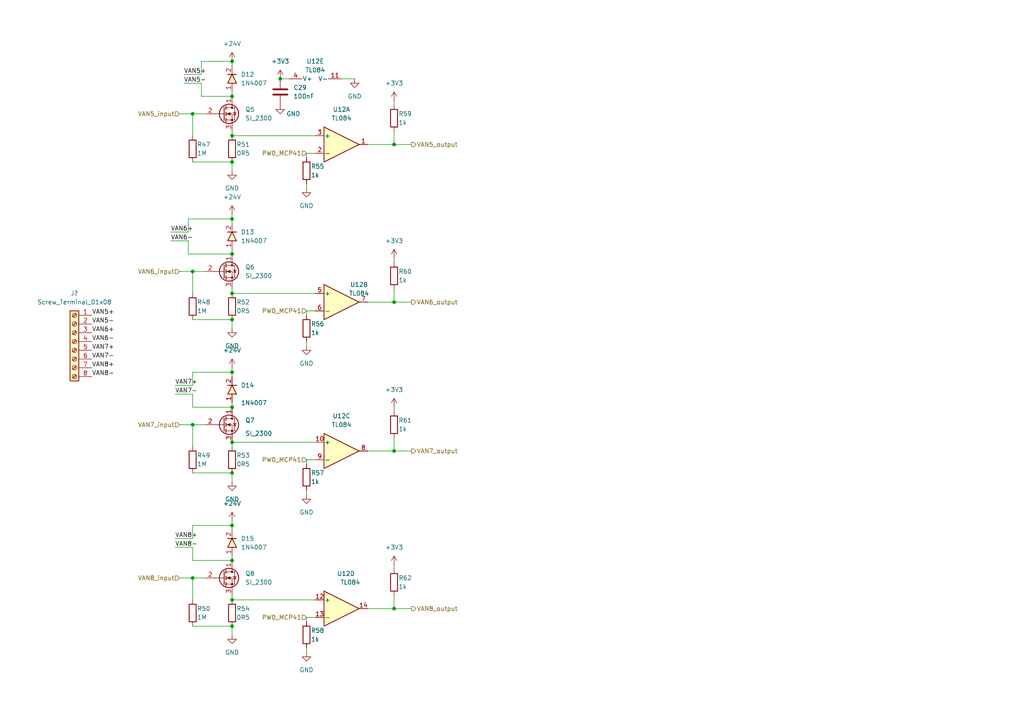
<source format=kicad_sch>
(kicad_sch (version 20211123) (generator eeschema)
  (paper "A4")
  (lib_symbols
    (symbol "Amplifier_Operational:TL084" (pin_names (offset 0.127))
      (property "Reference" "U" (at 0 5.08 0))
      (property "Value" "TL084" (at 0 -5.08 0))
      (symbol "TL084_1_1"
        (polyline (pts (xy -5.08 5.08) (xy 5.08 0) (xy -5.08 -5.08) (xy -5.08 5.08)) (stroke (width 0.254)) (fill (type background)))
        (pin output line (at 7.62 0 180) (length 2.54) (name "~") (number "1"))
        (pin input line (at -7.62 -2.54 0) (length 2.54) (name "-") (number "2"))
        (pin input line (at -7.62 2.54 0) (length 2.54) (name "+") (number "3"))
      )
      (symbol "TL084_2_1"
        (polyline (pts (xy -5.08 5.08) (xy 5.08 0) (xy -5.08 -5.08) (xy -5.08 5.08)) (stroke (width 0.254)) (fill (type background)))
        (pin input line (at -7.62 2.54 0) (length 2.54) (name "+") (number "5"))
        (pin input line (at -7.62 -2.54 0) (length 2.54) (name "-") (number "6"))
        (pin output line (at 7.62 0 180) (length 2.54) (name "~") (number "7"))
      )
      (symbol "TL084_3_1"
        (polyline (pts (xy -5.08 5.08) (xy 5.08 0) (xy -5.08 -5.08) (xy -5.08 5.08)) (stroke (width 0.254)) (fill (type background)))
        (pin input line (at -7.62 2.54 0) (length 2.54) (name "+") (number "10"))
        (pin output line (at 7.62 0 180) (length 2.54) (name "~") (number "8"))
        (pin input line (at -7.62 -2.54 0) (length 2.54) (name "-") (number "9"))
      )
      (symbol "TL084_4_1"
        (polyline (pts (xy -5.08 5.08) (xy 5.08 0) (xy -5.08 -5.08) (xy -5.08 5.08)) (stroke (width 0.254)) (fill (type background)))
        (pin input line (at -7.62 2.54 0) (length 2.54) (name "+") (number "12"))
        (pin input line (at -7.62 -2.54 0) (length 2.54) (name "-") (number "13"))
        (pin output line (at 7.62 0 180) (length 2.54) (name "~") (number "14"))
      )
      (symbol "TL084_5_1"
        (pin power_in line (at -2.54 -7.62 90) (length 3.81) (name "V-") (number "11"))
        (pin power_in line (at -2.54 7.62 270) (length 3.81) (name "V+") (number "4"))
      )
    )
    (symbol "Connector:Screw_Terminal_01x08" (pin_names (offset 1.016) hide)
      (property "Reference" "J" (at 0 10.16 0))
      (property "Value" "Screw_Terminal_01x08" (at 0 -12.7 0))
      (symbol "Screw_Terminal_01x08_1_1"
        (rectangle (start -1.27 8.89) (end 1.27 -11.43) (stroke (width 0.254)) (fill (type background)))
        (circle (center 0 -10.16) (radius 0.635) (stroke (width 0.1524)))
        (circle (center 0 -7.62) (radius 0.635) (stroke (width 0.1524)))
        (circle (center 0 -5.08) (radius 0.635) (stroke (width 0.1524)))
        (circle (center 0 -2.54) (radius 0.635) (stroke (width 0.1524)))
        (polyline (pts (xy -0.5334 -9.8298) (xy 0.3302 -10.668)) (stroke (width 0.1524)))
        (polyline (pts (xy -0.5334 -7.2898) (xy 0.3302 -8.128)) (stroke (width 0.1524)))
        (polyline (pts (xy -0.5334 -4.7498) (xy 0.3302 -5.588)) (stroke (width 0.1524)))
        (polyline (pts (xy -0.5334 -2.2098) (xy 0.3302 -3.048)) (stroke (width 0.1524)))
        (polyline (pts (xy -0.5334 0.3302) (xy 0.3302 -0.508)) (stroke (width 0.1524)))
        (polyline (pts (xy -0.5334 2.8702) (xy 0.3302 2.032)) (stroke (width 0.1524)))
        (polyline (pts (xy -0.5334 5.4102) (xy 0.3302 4.572)) (stroke (width 0.1524)))
        (polyline (pts (xy -0.5334 7.9502) (xy 0.3302 7.112)) (stroke (width 0.1524)))
        (polyline (pts (xy -0.3556 -9.652) (xy 0.508 -10.4902)) (stroke (width 0.1524)))
        (polyline (pts (xy -0.3556 -7.112) (xy 0.508 -7.9502)) (stroke (width 0.1524)))
        (polyline (pts (xy -0.3556 -4.572) (xy 0.508 -5.4102)) (stroke (width 0.1524)))
        (polyline (pts (xy -0.3556 -2.032) (xy 0.508 -2.8702)) (stroke (width 0.1524)))
        (polyline (pts (xy -0.3556 0.508) (xy 0.508 -0.3302)) (stroke (width 0.1524)))
        (polyline (pts (xy -0.3556 3.048) (xy 0.508 2.2098)) (stroke (width 0.1524)))
        (polyline (pts (xy -0.3556 5.588) (xy 0.508 4.7498)) (stroke (width 0.1524)))
        (polyline (pts (xy -0.3556 8.128) (xy 0.508 7.2898)) (stroke (width 0.1524)))
        (circle (center 0 0) (radius 0.635) (stroke (width 0.1524)))
        (circle (center 0 2.54) (radius 0.635) (stroke (width 0.1524)))
        (circle (center 0 5.08) (radius 0.635) (stroke (width 0.1524)))
        (circle (center 0 7.62) (radius 0.635) (stroke (width 0.1524)))
        (pin passive line (at -5.08 7.62 0) (length 3.81) (name "Pin_1") (number "1"))
        (pin passive line (at -5.08 5.08 0) (length 3.81) (name "Pin_2") (number "2"))
        (pin passive line (at -5.08 2.54 0) (length 3.81) (name "Pin_3") (number "3"))
        (pin passive line (at -5.08 0 0) (length 3.81) (name "Pin_4") (number "4"))
        (pin passive line (at -5.08 -2.54 0) (length 3.81) (name "Pin_5") (number "5"))
        (pin passive line (at -5.08 -5.08 0) (length 3.81) (name "Pin_6") (number "6"))
        (pin passive line (at -5.08 -7.62 0) (length 3.81) (name "Pin_7") (number "7"))
        (pin passive line (at -5.08 -10.16 0) (length 3.81) (name "Pin_8") (number "8"))
      )
    )
    (symbol "Device:C" (pin_numbers hide) (pin_names (offset 0.254))
      (property "Reference" "C" (at 0.635 2.54 0))
      (property "Value" "C" (at 0.635 -2.54 0))
      (symbol "C_0_1"
        (polyline (pts (xy -2.032 -0.762) (xy 2.032 -0.762)) (stroke (width 0.508)))
        (polyline (pts (xy -2.032 0.762) (xy 2.032 0.762)) (stroke (width 0.508)))
      )
      (symbol "C_1_1"
        (pin passive line (at 0 3.81 270) (length 2.794) (name "~") (number "1"))
        (pin passive line (at 0 -3.81 90) (length 2.794) (name "~") (number "2"))
      )
    )
    (symbol "Device:Q_NMOS_DGS" (pin_names (offset 0) hide)
      (property "Reference" "Q" (at 5.08 1.27 0))
      (property "Value" "Q_NMOS_DGS" (at 5.08 -1.27 0))
      (symbol "Q_NMOS_DGS_0_1"
        (polyline (pts (xy 0.254 0) (xy -2.54 0)))
        (polyline (pts (xy 0.254 1.905) (xy 0.254 -1.905)) (stroke (width 0.254)))
        (polyline (pts (xy 0.762 -1.27) (xy 0.762 -2.286)) (stroke (width 0.254)))
        (polyline (pts (xy 0.762 0.508) (xy 0.762 -0.508)) (stroke (width 0.254)))
        (polyline (pts (xy 0.762 2.286) (xy 0.762 1.27)) (stroke (width 0.254)))
        (polyline (pts (xy 2.54 2.54) (xy 2.54 1.778)))
        (polyline (pts (xy 2.54 -2.54) (xy 2.54 0) (xy 0.762 0)))
        (polyline (pts (xy 0.762 -1.778) (xy 3.302 -1.778) (xy 3.302 1.778) (xy 0.762 1.778)))
        (polyline (pts (xy 1.016 0) (xy 2.032 0.381) (xy 2.032 -0.381) (xy 1.016 0)) (fill (type outline)))
        (polyline (pts (xy 2.794 0.508) (xy 2.921 0.381) (xy 3.683 0.381) (xy 3.81 0.254)))
        (polyline (pts (xy 3.302 0.381) (xy 2.921 -0.254) (xy 3.683 -0.254) (xy 3.302 0.381)))
        (circle (center 1.651 0) (radius 2.794) (stroke (width 0.254)))
        (circle (center 2.54 -1.778) (radius 0.254) (fill (type outline)))
        (circle (center 2.54 1.778) (radius 0.254) (fill (type outline)))
      )
      (symbol "Q_NMOS_DGS_1_1"
        (pin passive line (at 2.54 5.08 270) (length 2.54) (name "D") (number "1"))
        (pin input line (at -5.08 0 0) (length 2.54) (name "G") (number "2"))
        (pin passive line (at 2.54 -5.08 90) (length 2.54) (name "S") (number "3"))
      )
    )
    (symbol "Device:R" (pin_numbers hide) (pin_names (offset 0))
      (property "Reference" "R" (at 2.032 0 90))
      (property "Value" "R" (at 0 0 90))
      (symbol "R_0_1"
        (rectangle (start -1.016 -2.54) (end 1.016 2.54) (stroke (width 0.254)))
      )
      (symbol "R_1_1"
        (pin passive line (at 0 3.81 270) (length 1.27) (name "~") (number "1"))
        (pin passive line (at 0 -3.81 90) (length 1.27) (name "~") (number "2"))
      )
    )
    (symbol "IVS_SYMBOL_DIR:D_Diode"
      (property "Reference" "D" (at 0 2.54 0))
      (property "Value" "D_Diode" (at 0 -2.54 0))
      (symbol "D_Diode_0_1"
        (polyline (pts (xy 0 1.27) (xy 0 -1.27)) (stroke (width 0.254)))
        (polyline (pts (xy 2.54 1.27) (xy 2.54 -1.27) (xy 0 0) (xy 2.54 1.27)) (stroke (width 0.254)) (fill (type background)))
      )
      (symbol "D_Diode_1_1"
        (pin passive line (at 5.08 0 180) (length 2.54) (name "") (number "1"))
        (pin passive line (at -2.54 0 0) (length 2.54) (name "") (number "2"))
      )
    )
    (symbol "power:+24V" (power) (pin_names (offset 0))
      (property "Value" "+24V" (at 0 3.556 0))
      (symbol "+24V_0_1"
        (polyline (pts (xy -0.762 1.27) (xy 0 2.54)))
        (polyline (pts (xy 0 0) (xy 0 2.54)))
        (polyline (pts (xy 0 2.54) (xy 0.762 1.27)))
      )
      (symbol "+24V_1_1"
        (pin power_in line (at 0 0 90) (length 0) hide (name "+24V") (number "1"))
      )
    )
    (symbol "power:+3V3" (power) (pin_names (offset 0))
      (property "Value" "+3V3" (at 0 3.556 0))
      (symbol "+3V3_0_1"
        (polyline (pts (xy -0.762 1.27) (xy 0 2.54)))
        (polyline (pts (xy 0 0) (xy 0 2.54)))
        (polyline (pts (xy 0 2.54) (xy 0.762 1.27)))
      )
      (symbol "+3V3_1_1"
        (pin power_in line (at 0 0 90) (length 0) hide (name "+3V3") (number "1"))
      )
    )
    (symbol "power:GND" (power) (pin_names (offset 0))
      (property "Value" "GND" (at 0 -3.81 0))
      (symbol "GND_0_1"
        (polyline (pts (xy 0 0) (xy 0 -1.27) (xy 1.27 -1.27) (xy 0 -2.54) (xy -1.27 -1.27) (xy 0 -1.27)))
      )
      (symbol "GND_1_1"
        (pin power_in line (at 0 0 270) (length 0) hide (name "GND") (number "1"))
      )
    )
  )
  (junction (at 67.31 73.66))
  (junction (at 55.88 33.02))
  (junction (at 67.31 128.27))
  (junction (at 114.3 41.91))
  (junction (at 67.31 27.94))
  (junction (at 67.31 181.61))
  (junction (at 67.31 92.71))
  (junction (at 55.88 167.64))
  (junction (at 67.31 152.4))
  (junction (at 55.88 123.19))
  (junction (at 67.31 137.16))
  (junction (at 114.3 87.63))
  (junction (at 67.31 39.37))
  (junction (at 67.31 63.5))
  (junction (at 67.31 162.56))
  (junction (at 55.88 78.74))
  (junction (at 67.31 85.09))
  (junction (at 81.28 22.86))
  (junction (at 67.31 173.99))
  (junction (at 67.31 46.99))
  (junction (at 114.3 130.81))
  (junction (at 67.31 17.78))
  (junction (at 67.31 107.95))
  (junction (at 67.31 118.11))
  (junction (at 114.3 176.53))
  (wire (pts (xy 67.31 26.67) (xy 67.31 27.94)))
  (wire (pts (xy 50.8 111.76) (xy 55.88 111.76)))
  (wire (pts (xy 55.88 167.64) (xy 59.69 167.64)))
  (wire (pts (xy 52.07 167.64) (xy 55.88 167.64)))
  (wire (pts (xy 102.87 22.86) (xy 99.06 22.86)))
  (wire (pts (xy 67.31 107.95) (xy 67.31 109.22)))
  (wire (pts (xy 67.31 181.61) (xy 67.31 184.15)))
  (wire (pts (xy 55.88 85.09) (xy 55.88 78.74)))
  (wire (pts (xy 52.07 78.74) (xy 55.88 78.74)))
  (wire (pts (xy 52.07 33.02) (xy 55.88 33.02)))
  (wire (pts (xy 88.9 100.33) (xy 88.9 99.06)))
  (wire (pts (xy 88.9 179.07) (xy 91.44 179.07)))
  (wire (pts (xy 106.68 176.53) (xy 114.3 176.53)))
  (wire (pts (xy 54.61 73.66) (xy 67.31 73.66)))
  (wire (pts (xy 55.88 181.61) (xy 67.31 181.61)))
  (wire (pts (xy 58.42 17.78) (xy 67.31 17.78)))
  (wire (pts (xy 88.9 134.62) (xy 88.9 133.35)))
  (wire (pts (xy 55.88 111.76) (xy 55.88 107.95)))
  (wire (pts (xy 55.88 129.54) (xy 55.88 123.19)))
  (wire (pts (xy 67.31 128.27) (xy 91.44 128.27)))
  (wire (pts (xy 67.31 46.99) (xy 67.31 49.53)))
  (wire (pts (xy 88.9 45.72) (xy 88.9 44.45)))
  (wire (pts (xy 67.31 62.23) (xy 67.31 63.5)))
  (wire (pts (xy 53.34 24.13) (xy 58.42 24.13)))
  (wire (pts (xy 55.88 107.95) (xy 67.31 107.95)))
  (wire (pts (xy 114.3 172.72) (xy 114.3 176.53)))
  (wire (pts (xy 55.88 173.99) (xy 55.88 167.64)))
  (wire (pts (xy 106.68 41.91) (xy 114.3 41.91)))
  (wire (pts (xy 55.88 46.99) (xy 67.31 46.99)))
  (wire (pts (xy 88.9 143.51) (xy 88.9 142.24)))
  (wire (pts (xy 67.31 137.16) (xy 67.31 139.7)))
  (wire (pts (xy 67.31 72.39) (xy 67.31 73.66)))
  (wire (pts (xy 54.61 67.31) (xy 54.61 63.5)))
  (wire (pts (xy 67.31 161.29) (xy 67.31 162.56)))
  (wire (pts (xy 81.28 22.86) (xy 83.82 22.86)))
  (wire (pts (xy 52.07 123.19) (xy 55.88 123.19)))
  (wire (pts (xy 88.9 54.61) (xy 88.9 53.34)))
  (wire (pts (xy 67.31 116.84) (xy 67.31 118.11)))
  (wire (pts (xy 55.88 39.37) (xy 55.88 33.02)))
  (wire (pts (xy 114.3 76.2) (xy 114.3 74.93)))
  (wire (pts (xy 67.31 106.68) (xy 67.31 107.95)))
  (wire (pts (xy 67.31 85.09) (xy 91.44 85.09)))
  (wire (pts (xy 114.3 83.82) (xy 114.3 87.63)))
  (wire (pts (xy 114.3 176.53) (xy 119.38 176.53)))
  (wire (pts (xy 58.42 24.13) (xy 58.42 27.94)))
  (wire (pts (xy 67.31 39.37) (xy 91.44 39.37)))
  (wire (pts (xy 88.9 90.17) (xy 91.44 90.17)))
  (wire (pts (xy 55.88 114.3) (xy 55.88 118.11)))
  (wire (pts (xy 106.68 130.81) (xy 114.3 130.81)))
  (wire (pts (xy 53.34 21.59) (xy 58.42 21.59)))
  (wire (pts (xy 114.3 38.1) (xy 114.3 41.91)))
  (wire (pts (xy 106.68 87.63) (xy 114.3 87.63)))
  (wire (pts (xy 114.3 165.1) (xy 114.3 163.83)))
  (wire (pts (xy 114.3 41.91) (xy 119.38 41.91)))
  (wire (pts (xy 114.3 130.81) (xy 119.38 130.81)))
  (wire (pts (xy 55.88 152.4) (xy 67.31 152.4)))
  (wire (pts (xy 49.53 69.85) (xy 54.61 69.85)))
  (wire (pts (xy 58.42 27.94) (xy 67.31 27.94)))
  (wire (pts (xy 88.9 133.35) (xy 91.44 133.35)))
  (wire (pts (xy 114.3 119.38) (xy 114.3 118.11)))
  (wire (pts (xy 55.88 137.16) (xy 67.31 137.16)))
  (wire (pts (xy 88.9 44.45) (xy 91.44 44.45)))
  (wire (pts (xy 55.88 118.11) (xy 67.31 118.11)))
  (wire (pts (xy 54.61 69.85) (xy 54.61 73.66)))
  (wire (pts (xy 114.3 127) (xy 114.3 130.81)))
  (wire (pts (xy 88.9 180.34) (xy 88.9 179.07)))
  (wire (pts (xy 49.53 67.31) (xy 54.61 67.31)))
  (wire (pts (xy 67.31 152.4) (xy 67.31 153.67)))
  (wire (pts (xy 67.31 173.99) (xy 91.44 173.99)))
  (wire (pts (xy 55.88 156.21) (xy 55.88 152.4)))
  (wire (pts (xy 114.3 87.63) (xy 119.38 87.63)))
  (wire (pts (xy 67.31 38.1) (xy 67.31 39.37)))
  (wire (pts (xy 54.61 63.5) (xy 67.31 63.5)))
  (wire (pts (xy 67.31 63.5) (xy 67.31 64.77)))
  (wire (pts (xy 50.8 114.3) (xy 55.88 114.3)))
  (wire (pts (xy 58.42 21.59) (xy 58.42 17.78)))
  (wire (pts (xy 55.88 92.71) (xy 67.31 92.71)))
  (wire (pts (xy 67.31 128.27) (xy 67.31 129.54)))
  (wire (pts (xy 67.31 92.71) (xy 67.31 95.25)))
  (wire (pts (xy 55.88 123.19) (xy 59.69 123.19)))
  (wire (pts (xy 67.31 172.72) (xy 67.31 173.99)))
  (wire (pts (xy 55.88 78.74) (xy 59.69 78.74)))
  (wire (pts (xy 88.9 189.23) (xy 88.9 187.96)))
  (wire (pts (xy 50.8 158.75) (xy 55.88 158.75)))
  (wire (pts (xy 50.8 156.21) (xy 55.88 156.21)))
  (wire (pts (xy 55.88 33.02) (xy 59.69 33.02)))
  (wire (pts (xy 88.9 91.44) (xy 88.9 90.17)))
  (wire (pts (xy 114.3 30.48) (xy 114.3 29.21)))
  (wire (pts (xy 67.31 151.13) (xy 67.31 152.4)))
  (wire (pts (xy 55.88 162.56) (xy 67.31 162.56)))
  (wire (pts (xy 55.88 158.75) (xy 55.88 162.56)))
  (wire (pts (xy 67.31 83.82) (xy 67.31 85.09)))
  (wire (pts (xy 67.31 17.78) (xy 67.31 19.05)))
  (label "VAN7+" (at 50.8 111.76 0))
  (label "VAN5+" (at 26.67 91.44 0))
  (label "VAN8+" (at 26.67 106.68 0))
  (label "VAN6-" (at 26.67 99.06 0))
  (label "VAN5-" (at 53.34 24.13 0))
  (label "VAN8-" (at 50.8 158.75 0))
  (label "VAN6+" (at 26.67 96.52 0))
  (label "VAN6+" (at 49.53 67.31 0))
  (label "VAN5-" (at 26.67 93.98 0))
  (label "VAN7-" (at 50.8 114.3 0))
  (label "VAN8-" (at 26.67 109.22 0))
  (label "VAN7-" (at 26.67 104.14 0))
  (label "VAN8+" (at 50.8 156.21 0))
  (label "VAN5+" (at 53.34 21.59 0))
  (label "VAN6-" (at 49.53 69.85 0))
  (label "VAN7+" (at 26.67 101.6 0))
  (hierarchical_label "VAN8_input" (shape input) (at 52.07 167.64 180))
  (hierarchical_label "VAN5_input" (shape input) (at 52.07 33.02 180))
  (hierarchical_label "PW0_MCP41" (shape input) (at 88.9 179.07 180))
  (hierarchical_label "PW0_MCP41" (shape input) (at 88.9 44.45 180))
  (hierarchical_label "PW0_MCP41" (shape input) (at 88.9 133.35 180))
  (hierarchical_label "PW0_MCP41" (shape input) (at 88.9 90.17 180))
  (hierarchical_label "VAN6_output" (shape output) (at 119.38 87.63 0))
  (hierarchical_label "VAN7_input" (shape input) (at 52.07 123.19 180))
  (hierarchical_label "VAN5_output" (shape output) (at 119.38 41.91 0))
  (hierarchical_label "VAN8_output" (shape output) (at 119.38 176.53 0))
  (hierarchical_label "VAN6_input" (shape input) (at 52.07 78.74 180))
  (hierarchical_label "VAN7_output" (shape output) (at 119.38 130.81 0))
  (symbol (lib_id "Connector:Screw_Terminal_01x08") (at 21.59 99.06 0) (mirror y) (unit 1)
    (property "Reference" "J?" (at 21.59 85.09 0))
    (property "Value" "Screw_Terminal_01x08" (at 21.59 87.63 0))
    (property "Footprint" "IVS_FOOTPRINTS:HT-3.96mm" (effects hide))
  )
  (symbol (lib_id "Amplifier_Operational:TL084") (at 99.06 41.91 0) (unit 1)
    (property "Reference" "U12" (at 99.06 31.75 0))
    (property "Value" "TL084" (at 99.06 34.29 0))
    (property "Footprint" "IVS_FOOTPRINTS:TSSOP14" (effects hide))
    (property "Datasheet" "http://www.ti.com/lit/ds/symlink/tl081.pdf" (effects hide))
  )
  (symbol (lib_id "power:+24V") (at 67.31 106.68 0) (unit 1)
    (property "Reference" "#PWR092" (effects hide))
    (property "Value" "+24V" (at 67.31 101.6 0))
  )
  (symbol (lib_id "Device:R") (at 114.3 123.19 0) (unit 1)
    (property "Reference" "R61" (at 115.57 121.92 0) (effects (justify left)))
    (property "Value" "1k" (at 115.57 124.46 0) (effects (justify left)))
    (property "Footprint" "IVS_FOOTPRINTS:R0603" (effects hide))
  )
  (symbol (lib_id "Device:R") (at 67.31 88.9 0) (unit 1)
    (property "Reference" "R52" (at 68.58 87.63 0) (effects (justify left)))
    (property "Value" "0R5" (at 68.58 90.17 0) (effects (justify left)))
    (property "Footprint" "Resistor_SMD:R_0805_2012Metric" (effects hide))
  )
  (symbol (lib_id "power:+3V3") (at 114.3 163.83 0) (unit 1)
    (property "Reference" "#PWR0106" (effects hide))
    (property "Value" "+3V3" (at 114.3 158.75 0))
  )
  (symbol (lib_id "Amplifier_Operational:TL084") (at 91.44 20.32 90) (unit 5)
    (property "Reference" "U12" (at 91.44 17.78 90))
    (property "Value" "TL084" (at 91.44 20.32 90))
    (property "Footprint" "IVS_FOOTPRINTS:TSSOP14" (effects hide))
    (property "Datasheet" "http://www.ti.com/lit/ds/symlink/tl081.pdf" (effects hide))
  )
  (symbol (lib_id "power:+3V3") (at 114.3 74.93 0) (unit 1)
    (property "Reference" "#PWR0104" (effects hide))
    (property "Value" "+3V3" (at 114.3 69.85 0))
  )
  (symbol (lib_id "Device:R") (at 67.31 133.35 0) (unit 1)
    (property "Reference" "R53" (at 68.58 132.08 0) (effects (justify left)))
    (property "Value" "0R5" (at 68.58 134.62 0) (effects (justify left)))
    (property "Footprint" "Resistor_SMD:R_0805_2012Metric" (effects hide))
  )
  (symbol (lib_id "power:+24V") (at 67.31 17.78 0) (unit 1)
    (property "Reference" "#PWR088" (effects hide))
    (property "Value" "+24V" (at 67.31 12.7 0))
  )
  (symbol (lib_id "power:+24V") (at 67.31 151.13 0) (unit 1)
    (property "Reference" "#PWR094" (effects hide))
    (property "Value" "+24V" (at 67.31 146.05 0))
  )
  (symbol (lib_id "Amplifier_Operational:TL084") (at 99.06 176.53 0) (unit 4)
    (property "Reference" "U12" (at 100.33 166.37 0))
    (property "Value" "TL084" (at 101.6 168.91 0))
    (property "Footprint" "IVS_FOOTPRINTS:TSSOP14" (effects hide))
    (property "Datasheet" "http://www.ti.com/lit/ds/symlink/tl081.pdf" (effects hide))
  )
  (symbol (lib_id "Device:R") (at 67.31 43.18 0) (unit 1)
    (property "Reference" "R51" (at 68.58 41.91 0) (effects (justify left)))
    (property "Value" "0R5" (at 68.58 44.45 0) (effects (justify left)))
    (property "Footprint" "Resistor_SMD:R_0805_2012Metric" (effects hide))
  )
  (symbol (lib_id "Device:R") (at 88.9 95.25 0) (unit 1)
    (property "Reference" "R56" (at 90.17 93.98 0) (effects (justify left)))
    (property "Value" "1k" (at 90.17 96.52 0) (effects (justify left)))
    (property "Footprint" "IVS_FOOTPRINTS:R0603" (effects hide))
  )
  (symbol (lib_id "power:+3V3") (at 81.28 22.86 0) (unit 1)
    (property "Reference" "#PWR096" (effects hide))
    (property "Value" "+3V3" (at 81.28 17.78 0))
  )
  (symbol (lib_id "power:+24V") (at 67.31 62.23 0) (unit 1)
    (property "Reference" "#PWR090" (effects hide))
    (property "Value" "+24V" (at 67.31 57.15 0))
  )
  (symbol (lib_id "Amplifier_Operational:TL084") (at 99.06 130.81 0) (unit 3)
    (property "Reference" "U12" (at 99.06 120.65 0))
    (property "Value" "TL084" (at 99.06 123.19 0))
    (property "Footprint" "IVS_FOOTPRINTS:TSSOP14" (effects hide))
    (property "Datasheet" "http://www.ti.com/lit/ds/symlink/tl081.pdf" (effects hide))
  )
  (symbol (lib_id "power:GND") (at 102.87 22.86 0) (unit 1)
    (property "Reference" "#PWR0102" (effects hide))
    (property "Value" "GND" (at 102.87 27.94 0))
  )
  (symbol (lib_id "Device:R") (at 114.3 80.01 0) (unit 1)
    (property "Reference" "R60" (at 115.57 78.74 0) (effects (justify left)))
    (property "Value" "1k" (at 115.57 81.28 0) (effects (justify left)))
    (property "Footprint" "IVS_FOOTPRINTS:R0603" (effects hide))
  )
  (symbol (lib_id "Amplifier_Operational:TL084") (at 99.06 87.63 0) (unit 2)
    (property "Reference" "U12" (at 104.14 82.55 0))
    (property "Value" "TL084" (at 104.14 85.09 0))
    (property "Footprint" "IVS_FOOTPRINTS:TSSOP14" (effects hide))
    (property "Datasheet" "http://www.ti.com/lit/ds/symlink/tl081.pdf" (effects hide))
  )
  (symbol (lib_id "Device:R") (at 67.31 177.8 0) (unit 1)
    (property "Reference" "R54" (at 68.58 176.53 0) (effects (justify left)))
    (property "Value" "0R5" (at 68.58 179.07 0) (effects (justify left)))
    (property "Footprint" "Resistor_SMD:R_0805_2012Metric" (effects hide))
  )
  (symbol (lib_id "Device:R") (at 55.88 88.9 0) (unit 1)
    (property "Reference" "R48" (at 57.15 87.63 0) (effects (justify left)))
    (property "Value" "1M" (at 57.15 90.17 0) (effects (justify left)))
    (property "Footprint" "IVS_FOOTPRINTS:R0603" (effects hide))
  )
  (symbol (lib_id "IVS_SYMBOL_DIR:D_Diode") (at 67.31 21.59 270) (unit 1)
    (property "Reference" "D12" (at 69.85 21.5899 90) (effects (justify left)))
    (property "Value" "1N4007" (at 69.85 24.1299 90) (effects (justify left)))
    (property "Footprint" "IVS_FOOTPRINTS:D_MiniMELF" (effects hide))
  )
  (symbol (lib_id "IVS_SYMBOL_DIR:D_Diode") (at 67.31 156.21 270) (unit 1)
    (property "Reference" "D15" (at 69.85 156.2099 90) (effects (justify left)))
    (property "Value" "1N4007" (at 69.85 158.7499 90) (effects (justify left)))
    (property "Footprint" "IVS_FOOTPRINTS:D_MiniMELF" (effects hide))
  )
  (symbol (lib_id "power:GND") (at 67.31 139.7 0) (unit 1)
    (property "Reference" "#PWR093" (effects hide))
    (property "Value" "GND" (at 67.31 144.78 0))
  )
  (symbol (lib_id "Device:R") (at 55.88 133.35 0) (unit 1)
    (property "Reference" "R49" (at 57.15 132.08 0) (effects (justify left)))
    (property "Value" "1M" (at 57.15 134.62 0) (effects (justify left)))
    (property "Footprint" "IVS_FOOTPRINTS:R0603" (effects hide))
  )
  (symbol (lib_id "Device:R") (at 88.9 138.43 0) (unit 1)
    (property "Reference" "R57" (at 90.17 137.16 0) (effects (justify left)))
    (property "Value" "1k" (at 90.17 139.7 0) (effects (justify left)))
    (property "Footprint" "IVS_FOOTPRINTS:R0603" (effects hide))
  )
  (symbol (lib_id "Device:R") (at 114.3 168.91 0) (unit 1)
    (property "Reference" "R62" (at 115.57 167.64 0) (effects (justify left)))
    (property "Value" "1k" (at 115.57 170.18 0) (effects (justify left)))
    (property "Footprint" "IVS_FOOTPRINTS:R0603" (effects hide))
  )
  (symbol (lib_id "IVS_SYMBOL_DIR:D_Diode") (at 67.31 67.31 270) (unit 1)
    (property "Reference" "D13" (at 69.85 67.3099 90) (effects (justify left)))
    (property "Value" "1N4007" (at 69.85 69.8499 90) (effects (justify left)))
    (property "Footprint" "IVS_FOOTPRINTS:D_MiniMELF" (effects hide))
  )
  (symbol (lib_id "power:GND") (at 67.31 95.25 0) (unit 1)
    (property "Reference" "#PWR091" (effects hide))
    (property "Value" "GND" (at 67.31 100.33 0))
  )
  (symbol (lib_id "power:GND") (at 88.9 189.23 0) (unit 1)
    (property "Reference" "#PWR0101" (effects hide))
    (property "Value" "GND" (at 88.9 194.31 0))
  )
  (symbol (lib_id "Device:R") (at 88.9 184.15 0) (unit 1)
    (property "Reference" "R58" (at 90.17 182.88 0) (effects (justify left)))
    (property "Value" "1k" (at 90.17 185.42 0) (effects (justify left)))
    (property "Footprint" "IVS_FOOTPRINTS:R0603" (effects hide))
  )
  (symbol (lib_id "power:GND") (at 81.28 30.48 0) (unit 1)
    (property "Reference" "#PWR097" (effects hide))
    (property "Value" "GND" (at 85.09 33.02 0))
  )
  (symbol (lib_id "power:GND") (at 67.31 49.53 0) (unit 1)
    (property "Reference" "#PWR089" (effects hide))
    (property "Value" "GND" (at 67.31 54.61 0))
  )
  (symbol (lib_id "power:+3V3") (at 114.3 118.11 0) (unit 1)
    (property "Reference" "#PWR0105" (effects hide))
    (property "Value" "+3V3" (at 114.3 113.03 0))
  )
  (symbol (lib_id "Device:R") (at 114.3 34.29 0) (unit 1)
    (property "Reference" "R59" (at 115.57 33.02 0) (effects (justify left)))
    (property "Value" "1k" (at 115.57 35.56 0) (effects (justify left)))
    (property "Footprint" "IVS_FOOTPRINTS:R0603" (effects hide))
  )
  (symbol (lib_id "power:+3V3") (at 114.3 29.21 0) (unit 1)
    (property "Reference" "#PWR0103" (effects hide))
    (property "Value" "+3V3" (at 114.3 24.13 0))
  )
  (symbol (lib_id "Device:Q_NMOS_DGS") (at 64.77 123.19 0) (unit 1)
    (property "Reference" "Q7" (at 71.12 121.9199 0) (effects (justify left)))
    (property "Value" "SI_2300" (at 71.12 125.73 0) (effects (justify left)))
    (property "Footprint" "IVS_FOOTPRINTS:SOT23-3" (effects hide))
  )
  (symbol (lib_id "Device:R") (at 88.9 49.53 0) (unit 1)
    (property "Reference" "R55" (at 90.17 48.26 0) (effects (justify left)))
    (property "Value" "1k" (at 90.17 50.8 0) (effects (justify left)))
    (property "Footprint" "IVS_FOOTPRINTS:R0603" (effects hide))
  )
  (symbol (lib_id "power:GND") (at 88.9 143.51 0) (unit 1)
    (property "Reference" "#PWR0100" (effects hide))
    (property "Value" "GND" (at 88.9 148.59 0))
  )
  (symbol (lib_id "Device:Q_NMOS_DGS") (at 64.77 167.64 0) (unit 1)
    (property "Reference" "Q8" (at 71.12 166.3699 0) (effects (justify left)))
    (property "Value" "SI_2300" (at 71.12 168.9099 0) (effects (justify left)))
    (property "Footprint" "IVS_FOOTPRINTS:SOT23-3" (effects hide))
  )
  (symbol (lib_id "power:GND") (at 88.9 54.61 0) (unit 1)
    (property "Reference" "#PWR098" (effects hide))
    (property "Value" "GND" (at 88.9 59.69 0))
  )
  (symbol (lib_id "Device:Q_NMOS_DGS") (at 64.77 33.02 0) (unit 1)
    (property "Reference" "Q5" (at 71.12 31.7499 0) (effects (justify left)))
    (property "Value" "SI_2300" (at 71.12 34.2899 0) (effects (justify left)))
    (property "Footprint" "IVS_FOOTPRINTS:SOT23-3" (effects hide))
  )
  (symbol (lib_id "Device:R") (at 55.88 43.18 0) (unit 1)
    (property "Reference" "R47" (at 57.15 41.91 0) (effects (justify left)))
    (property "Value" "1M" (at 57.15 44.45 0) (effects (justify left)))
    (property "Footprint" "IVS_FOOTPRINTS:R0603" (effects hide))
  )
  (symbol (lib_id "power:GND") (at 88.9 100.33 0) (unit 1)
    (property "Reference" "#PWR099" (effects hide))
    (property "Value" "GND" (at 88.9 105.41 0))
  )
  (symbol (lib_id "power:GND") (at 67.31 184.15 0) (unit 1)
    (property "Reference" "#PWR095" (effects hide))
    (property "Value" "GND" (at 67.31 189.23 0))
  )
  (symbol (lib_id "IVS_SYMBOL_DIR:D_Diode") (at 67.31 111.76 270) (unit 1)
    (property "Reference" "D14" (at 69.85 111.7599 90) (effects (justify left)))
    (property "Value" "1N4007" (at 69.85 116.8399 90) (effects (justify left)))
    (property "Footprint" "IVS_FOOTPRINTS:D_MiniMELF" (effects hide))
  )
  (symbol (lib_id "Device:R") (at 55.88 177.8 0) (unit 1)
    (property "Reference" "R50" (at 57.15 176.53 0) (effects (justify left)))
    (property "Value" "1M" (at 57.15 179.07 0) (effects (justify left)))
    (property "Footprint" "IVS_FOOTPRINTS:R0603" (effects hide))
  )
  (symbol (lib_id "Device:C") (at 81.28 26.67 0) (unit 1)
    (property "Reference" "C29" (at 85.09 25.3999 0) (effects (justify left)))
    (property "Value" "100nF" (at 85.09 27.9399 0) (effects (justify left)))
    (property "Footprint" "IVS_FOOTPRINTS:C0603" (effects hide))
  )
  (symbol (lib_id "Device:Q_NMOS_DGS") (at 64.77 78.74 0) (unit 1)
    (property "Reference" "Q6" (at 71.12 77.4699 0) (effects (justify left)))
    (property "Value" "SI_2300" (at 71.12 80.0099 0) (effects (justify left)))
    (property "Footprint" "IVS_FOOTPRINTS:SOT23-3" (effects hide))
  )
)
</source>
